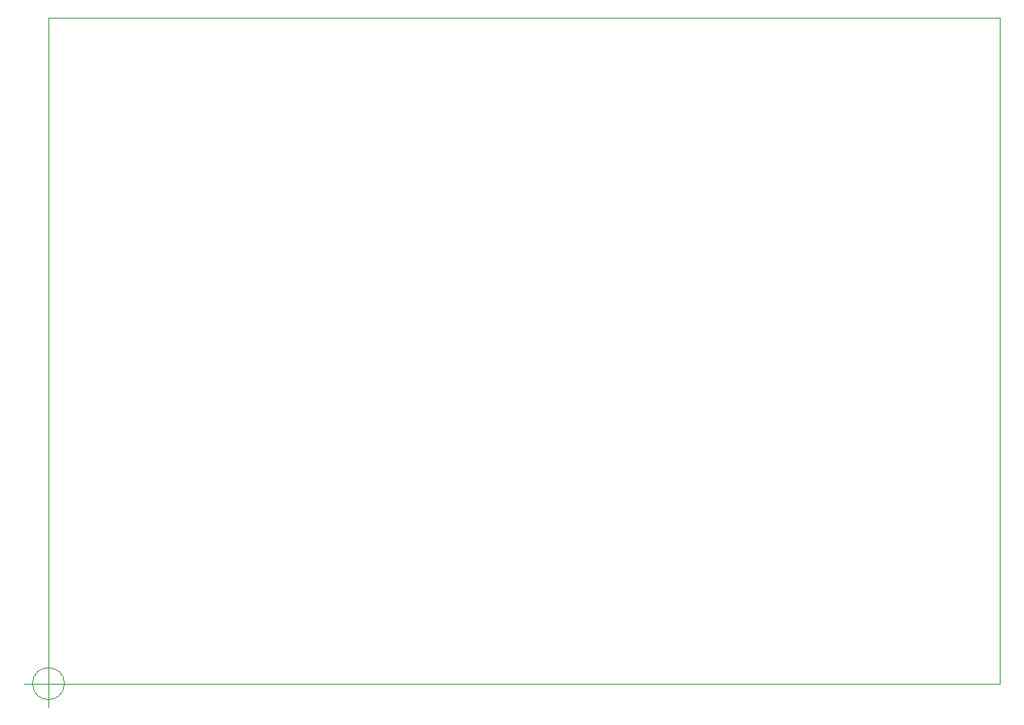
<source format=gbr>
G04 #@! TF.GenerationSoftware,KiCad,Pcbnew,(5.1.4)-1*
G04 #@! TF.CreationDate,2020-01-29T19:18:42+02:00*
G04 #@! TF.ProjectId,Protoboard,50726f74-6f62-46f6-9172-642e6b696361,rev?*
G04 #@! TF.SameCoordinates,Original*
G04 #@! TF.FileFunction,Profile,NP*
%FSLAX46Y46*%
G04 Gerber Fmt 4.6, Leading zero omitted, Abs format (unit mm)*
G04 Created by KiCad (PCBNEW (5.1.4)-1) date 2020-01-29 19:18:42*
%MOMM*%
%LPD*%
G04 APERTURE LIST*
%ADD10C,0.050000*%
G04 APERTURE END LIST*
D10*
X169545000Y-141605000D02*
X69850000Y-141605000D01*
X169545000Y-71755000D02*
X169545000Y-141605000D01*
X69850000Y-71755000D02*
X169545000Y-71755000D01*
X69850000Y-141605000D02*
X69850000Y-71755000D01*
X71516666Y-141605000D02*
G75*
G03X71516666Y-141605000I-1666666J0D01*
G01*
X67350000Y-141605000D02*
X72350000Y-141605000D01*
X69850000Y-139105000D02*
X69850000Y-144105000D01*
M02*

</source>
